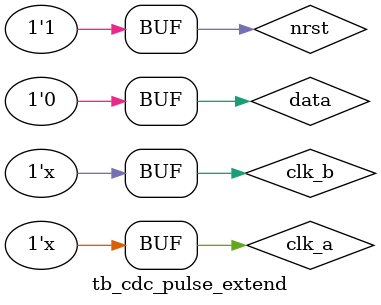
<source format=v>
module tb_cdc_pulse_extend;
  reg clk_a,clk_b,nrst,data;
  wire pulse_b,signal_b;
  initial begin
    nrst  = 1'b1;
    clk_a = 1'b1;
    clk_b = 1'b1;
    data  = 1'b0;
    #5  nrst  = 1'b0;
    #5  nrst  = 1'b1;
    #10 data  = 1'b1;
    #2  data     = 1'b0;
  end
  always  #1  clk_a = ~clk_a;
  always  #5  clk_b = ~clk_b;
Sync_Pulse  u0
(
    .clka(clk_a),
    .clkb(clk_b),
    .rst_n(nrst),
    .pulse_ina(data),      //??????????
    .pulse_outb(pulse_b),     //????
    .signal_outb(signal_b)     //????
);
endmodule
</source>
